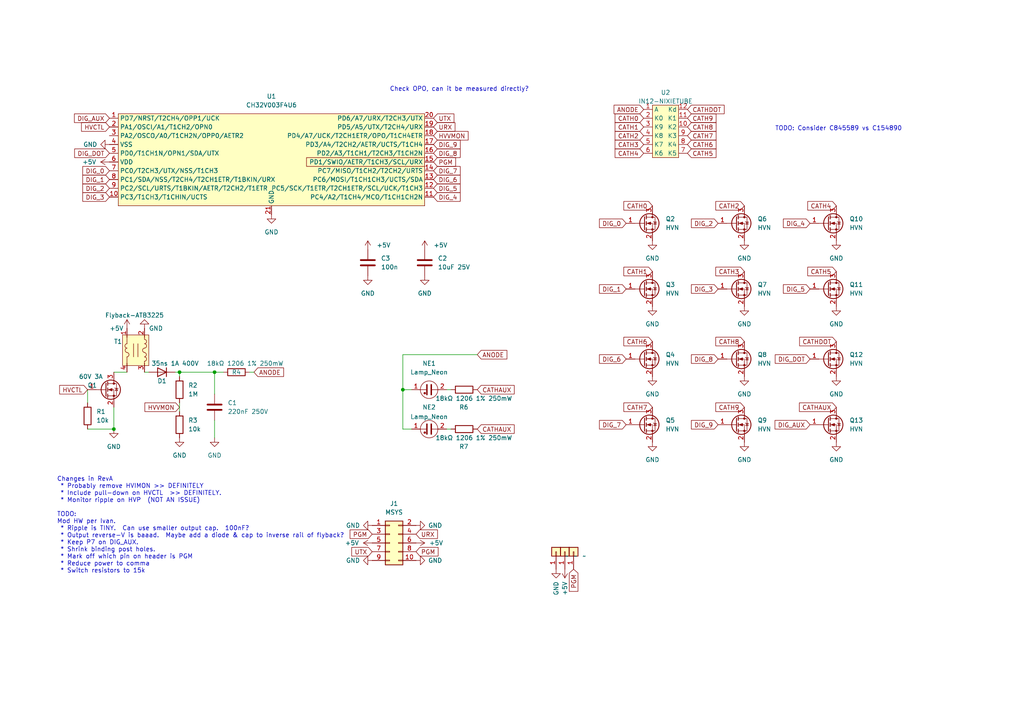
<source format=kicad_sch>
(kicad_sch (version 20211123) (generator eeschema)
  (paper "A4")
  (lib_symbols
    (symbol "CH32V003F4U6:CH32V003F4U6"
      (property "Reference" "U" (at 0 0 0))
      (property "Value" "CH32V003F4U6" (at 0 3.81 0))
      (symbol "CH32V003F4U6_0_1"
        (rectangle (start -44.45 12.7) (end 44.45 -13.97) (fill (type background)))
        (rectangle (start 10.16 0) (end 44.45 -2.54) (fill (type background)))
      )
      (symbol "CH32V003F4U6_1_1"
        (pin bidirectional line (at -46.99 11.43 0) (length 2.54) (name "PD7/NRST/T2CH4/OPP1/UCK") (number "1"))
        (pin bidirectional line (at -46.99 -11.43 0) (length 2.54) (name "PC3/T1CH3/T1CHIN/UCTS") (number "10"))
        (pin bidirectional line (at 46.99 -11.43 180) (length 2.54) (name "PC4/A2/T1CH4/MCO/T1CH1CH2N") (number "11"))
        (pin bidirectional line (at 46.99 -8.89 180) (length 2.54) (name "PC5/SCK/T1ETR/T2CH1ETR/SCL/UCK/T1CH3") (number "12"))
        (pin bidirectional line (at 46.99 -6.35 180) (length 2.54) (name "PC6/MOSI/T1CH1CH3/UCTS/SDA") (number "13"))
        (pin bidirectional line (at 46.99 -3.81 180) (length 2.54) (name "PC7/MISO/T1CH2/T2CH2/URTS") (number "14"))
        (pin bidirectional line (at 46.99 -1.27 180) (length 2.54) (name "PD1/SWIO/AETR/T1CH3/SCL/URX") (number "15"))
        (pin bidirectional line (at 46.99 1.27 180) (length 2.54) (name "PD2/A3/T1CH1/T2CH3/T1CH2N") (number "16"))
        (pin bidirectional line (at 46.99 3.81 180) (length 2.54) (name "PD3/A4/T2CH2/AETR/UCTS/T1CH4") (number "17"))
        (pin bidirectional line (at 46.99 6.35 180) (length 2.54) (name "PD4/A7/UCK/T2CH1ETR/OPO/T1CH4ETR") (number "18"))
        (pin bidirectional line (at 46.99 8.89 180) (length 2.54) (name "PD5/A5/UTX/T2CH4/URX") (number "19"))
        (pin bidirectional line (at -46.99 8.89 0) (length 2.54) (name "PA1/OSCI/A1/T1CH2/OPN0") (number "2"))
        (pin bidirectional line (at 46.99 11.43 180) (length 2.54) (name "PD6/A7/URX/T2CH3/UTX") (number "20"))
        (pin bidirectional line (at 0 -16.51 90) (length 2.54) (name "GND") (number "21"))
        (pin bidirectional line (at -46.99 6.35 0) (length 2.54) (name "PA2/OSCO/A0/T1CH2N/OPP0/AETR2") (number "3"))
        (pin bidirectional line (at -46.99 3.81 0) (length 2.54) (name "VSS") (number "4"))
        (pin bidirectional line (at -46.99 1.27 0) (length 2.54) (name "PD0/T1CH1N/OPN1/SDA/UTX") (number "5"))
        (pin bidirectional line (at -46.99 -1.27 0) (length 2.54) (name "VDD") (number "6"))
        (pin bidirectional line (at -46.99 -3.81 0) (length 2.54) (name "PC0/T2CH3/UTX/NSS/T1CH3") (number "7"))
        (pin bidirectional line (at -46.99 -6.35 0) (length 2.54) (name "PC1/SDA/NSS/T2CH4/T2CH1ETR/T1BKIN/URX") (number "8"))
        (pin bidirectional line (at -46.99 -8.89 0) (length 2.54) (name "PC2/SCL/URTS/T1BKIN/AETR/T2CH2/T1ETR") (number "9"))
      )
    )
    (symbol "Connector_Generic:Conn_01x01" (pin_names (offset 1.016) hide)
      (property "Reference" "J" (at 0 2.54 0))
      (property "Value" "Conn_01x01" (at 0 -2.54 0))
      (symbol "Conn_01x01_1_1"
        (rectangle (start -1.27 0.127) (end 0 -0.127) (stroke (width 0.1524)))
        (rectangle (start -1.27 1.27) (end 1.27 -1.27) (stroke (width 0.254)) (fill (type background)))
        (pin passive line (at -5.08 0 0) (length 3.81) (name "Pin_1") (number "1"))
      )
    )
    (symbol "Connector_Generic:Conn_02x05_Odd_Even" (pin_names (offset 1.016) hide)
      (property "Reference" "J" (at 1.27 7.62 0))
      (property "Value" "Conn_02x05_Odd_Even" (at 1.27 -7.62 0))
      (symbol "Conn_02x05_Odd_Even_1_1"
        (rectangle (start -1.27 -4.953) (end 0 -5.207) (stroke (width 0.1524)))
        (rectangle (start -1.27 -2.413) (end 0 -2.667) (stroke (width 0.1524)))
        (rectangle (start -1.27 0.127) (end 0 -0.127) (stroke (width 0.1524)))
        (rectangle (start -1.27 2.667) (end 0 2.413) (stroke (width 0.1524)))
        (rectangle (start -1.27 5.207) (end 0 4.953) (stroke (width 0.1524)))
        (rectangle (start -1.27 6.35) (end 3.81 -6.35) (stroke (width 0.254)) (fill (type background)))
        (rectangle (start 3.81 -4.953) (end 2.54 -5.207) (stroke (width 0.1524)))
        (rectangle (start 3.81 -2.413) (end 2.54 -2.667) (stroke (width 0.1524)))
        (rectangle (start 3.81 0.127) (end 2.54 -0.127) (stroke (width 0.1524)))
        (rectangle (start 3.81 2.667) (end 2.54 2.413) (stroke (width 0.1524)))
        (rectangle (start 3.81 5.207) (end 2.54 4.953) (stroke (width 0.1524)))
        (pin passive line (at -5.08 5.08 0) (length 3.81) (name "Pin_1") (number "1"))
        (pin passive line (at 7.62 -5.08 180) (length 3.81) (name "Pin_10") (number "10"))
        (pin passive line (at 7.62 5.08 180) (length 3.81) (name "Pin_2") (number "2"))
        (pin passive line (at -5.08 2.54 0) (length 3.81) (name "Pin_3") (number "3"))
        (pin passive line (at 7.62 2.54 180) (length 3.81) (name "Pin_4") (number "4"))
        (pin passive line (at -5.08 0 0) (length 3.81) (name "Pin_5") (number "5"))
        (pin passive line (at 7.62 0 180) (length 3.81) (name "Pin_6") (number "6"))
        (pin passive line (at -5.08 -2.54 0) (length 3.81) (name "Pin_7") (number "7"))
        (pin passive line (at 7.62 -2.54 180) (length 3.81) (name "Pin_8") (number "8"))
        (pin passive line (at -5.08 -5.08 0) (length 3.81) (name "Pin_9") (number "9"))
      )
    )
    (symbol "Device:C" (pin_numbers hide) (pin_names (offset 0.254))
      (property "Reference" "C" (at 0.635 2.54 0))
      (property "Value" "C" (at 0.635 -2.54 0))
      (symbol "C_0_1"
        (polyline (pts (xy -2.032 -0.762) (xy 2.032 -0.762)) (stroke (width 0.508)))
        (polyline (pts (xy -2.032 0.762) (xy 2.032 0.762)) (stroke (width 0.508)))
      )
      (symbol "C_1_1"
        (pin passive line (at 0 3.81 270) (length 2.794) (name "~") (number "1"))
        (pin passive line (at 0 -3.81 90) (length 2.794) (name "~") (number "2"))
      )
    )
    (symbol "Device:D" (pin_numbers hide) (pin_names (offset 1.016) hide)
      (property "Reference" "D" (at 0 2.54 0))
      (property "Value" "D" (at 0 -2.54 0))
      (symbol "D_0_1"
        (polyline (pts (xy -1.27 1.27) (xy -1.27 -1.27)) (stroke (width 0.254)))
        (polyline (pts (xy 1.27 0) (xy -1.27 0)))
        (polyline (pts (xy 1.27 1.27) (xy 1.27 -1.27) (xy -1.27 0) (xy 1.27 1.27)) (stroke (width 0.254)))
      )
      (symbol "D_1_1"
        (pin passive line (at -3.81 0 0) (length 2.54) (name "K") (number "1"))
        (pin passive line (at 3.81 0 180) (length 2.54) (name "A") (number "2"))
      )
    )
    (symbol "Device:Lamp_Neon" (pin_names (offset 0.0254) hide)
      (property "Reference" "NE" (at 0.635 3.81 0))
      (property "Value" "Lamp_Neon" (at 0.635 -3.81 0))
      (symbol "Lamp_Neon_0_1"
        (rectangle (start -1.524 -0.508) (end 1.524 -0.762) (fill (type outline)))
        (rectangle (start -1.524 0.762) (end 1.524 0.508) (fill (type outline)))
        (polyline (pts (xy 0 -2.54) (xy 0 -0.762)))
        (polyline (pts (xy 0 0.762) (xy 0 2.54)))
        (circle (center 0 0) (radius 2.54))
        (circle (center 1.016 -1.27) (radius 0.254) (fill (type outline)))
      )
      (symbol "Lamp_Neon_1_1"
        (pin passive line (at 0 -5.08 90) (length 2.54) (name "~") (number "1"))
        (pin passive line (at 0 5.08 270) (length 2.54) (name "~") (number "2"))
      )
    )
    (symbol "Device:Q_NMOS_GSD" (pin_names (offset 0) hide)
      (property "Reference" "Q" (at 5.08 1.27 0))
      (property "Value" "Q_NMOS_GSD" (at 5.08 -1.27 0))
      (symbol "Q_NMOS_GSD_0_1"
        (polyline (pts (xy 0.254 0) (xy -2.54 0)))
        (polyline (pts (xy 0.254 1.905) (xy 0.254 -1.905)) (stroke (width 0.254)))
        (polyline (pts (xy 0.762 -1.27) (xy 0.762 -2.286)) (stroke (width 0.254)))
        (polyline (pts (xy 0.762 0.508) (xy 0.762 -0.508)) (stroke (width 0.254)))
        (polyline (pts (xy 0.762 2.286) (xy 0.762 1.27)) (stroke (width 0.254)))
        (polyline (pts (xy 2.54 2.54) (xy 2.54 1.778)))
        (polyline (pts (xy 2.54 -2.54) (xy 2.54 0) (xy 0.762 0)))
        (polyline (pts (xy 0.762 -1.778) (xy 3.302 -1.778) (xy 3.302 1.778) (xy 0.762 1.778)))
        (polyline (pts (xy 1.016 0) (xy 2.032 0.381) (xy 2.032 -0.381) (xy 1.016 0)) (fill (type outline)))
        (polyline (pts (xy 2.794 0.508) (xy 2.921 0.381) (xy 3.683 0.381) (xy 3.81 0.254)))
        (polyline (pts (xy 3.302 0.381) (xy 2.921 -0.254) (xy 3.683 -0.254) (xy 3.302 0.381)))
        (circle (center 1.651 0) (radius 2.794) (stroke (width 0.254)))
        (circle (center 2.54 -1.778) (radius 0.254) (fill (type outline)))
        (circle (center 2.54 1.778) (radius 0.254) (fill (type outline)))
      )
      (symbol "Q_NMOS_GSD_1_1"
        (pin input line (at -5.08 0 0) (length 2.54) (name "G") (number "1"))
        (pin passive line (at 2.54 -5.08 90) (length 2.54) (name "S") (number "2"))
        (pin passive line (at 2.54 5.08 270) (length 2.54) (name "D") (number "3"))
      )
    )
    (symbol "Device:R" (pin_numbers hide) (pin_names (offset 0))
      (property "Reference" "R" (at 2.032 0 90))
      (property "Value" "R" (at 0 0 90))
      (symbol "R_0_1"
        (rectangle (start -1.016 -2.54) (end 1.016 2.54) (stroke (width 0.254)))
      )
      (symbol "R_1_1"
        (pin passive line (at 0 3.81 270) (length 1.27) (name "~") (number "1"))
        (pin passive line (at 0 -3.81 90) (length 1.27) (name "~") (number "2"))
      )
    )
    (symbol "Flyback-ATB3225:Flyback-ATB3225"
      (property "Reference" "T" (at 0 4.445 0))
      (property "Value" "Flyback-ATB3225" (at 0 -7.62 0))
      (symbol "Flyback-ATB3225_0_1"
        (rectangle (start -4.445 3.81) (end 4.445 -3.81) (fill (type background)))
        (arc (start -1.905 -2.54) (mid -1.27 -3.2097) (end -0.635 -2.54))
        (arc (start -1.905 2.54) (mid -2.54 3.2007) (end -3.175 2.54))
        (arc (start -0.635 -2.54) (mid 0 -3.292) (end 0.635 -2.54))
        (arc (start -0.635 2.54) (mid -1.27 3.2007) (end -1.905 2.54))
        (arc (start -0.635 2.54) (mid 0 1.9798) (end 0.635 2.54))
        (polyline (pts (xy -3.81 -2.54) (xy -1.905 -2.54)))
        (polyline (pts (xy -3.81 2.54) (xy -3.175 2.54)))
        (polyline (pts (xy -1.905 -0.635) (xy 1.905 -0.635)))
        (polyline (pts (xy 1.905 0.635) (xy -1.905 0.635)))
        (polyline (pts (xy 3.81 -2.54) (xy 1.905 -2.54)))
        (polyline (pts (xy 3.81 2.54) (xy 3.175 2.54)))
        (arc (start 1.905 -2.54) (mid 1.27 -1.9498) (end 0.635 -2.54))
        (arc (start 1.905 2.54) (mid 1.27 3.311) (end 0.635 2.54))
        (arc (start 3.175 2.54) (mid 2.54 3.2007) (end 1.905 2.54))
      )
      (symbol "Flyback-ATB3225_1_1"
        (pin bidirectional line (at -6.35 -2.54 0) (length 2.54) (name "") (number "1"))
        (pin bidirectional line (at -6.35 2.54 0) (length 2.54) (name "") (number "2"))
        (pin bidirectional line (at 6.35 2.54 180) (length 2.54) (name "") (number "3"))
        (pin bidirectional line (at 6.35 -2.54 180) (length 2.54) (name "") (number "4"))
      )
    )
    (symbol "IN12-NIXIETUBE:IN12-NIXIETUBE"
      (property "Reference" "U" (at 0 7.62 0))
      (property "Value" "IN12-NIXIETUBE" (at 0 -10.16 0))
      (symbol "IN12-NIXIETUBE_0_1"
        (rectangle (start -3.81 6.35) (end 3.81 -8.89) (stroke (width 0.1524)) (fill (type background)))
      )
      (symbol "IN12-NIXIETUBE_1_1"
        (pin input line (at -6.35 5.08 0) (length 2.54) (name "A") (number "1"))
        (pin input line (at 6.35 0 180) (length 2.54) (name "K2") (number "10"))
        (pin input line (at 6.35 2.54 180) (length 2.54) (name "K1") (number "11"))
        (pin input line (at 6.35 5.08 180) (length 2.54) (name "Kd") (number "12"))
        (pin input line (at -6.35 2.54 0) (length 2.54) (name "K0") (number "2"))
        (pin input line (at -6.35 0 0) (length 2.54) (name "K9") (number "3"))
        (pin input line (at -6.35 -2.54 0) (length 2.54) (name "K8") (number "4"))
        (pin input line (at -6.35 -5.08 0) (length 2.54) (name "K7") (number "5"))
        (pin input line (at -6.35 -7.62 0) (length 2.54) (name "K6") (number "6"))
        (pin input line (at 6.35 -7.62 180) (length 2.54) (name "K5") (number "7"))
        (pin input line (at 6.35 -5.08 180) (length 2.54) (name "K4") (number "8"))
        (pin input line (at 6.35 -2.54 180) (length 2.54) (name "K3") (number "9"))
      )
    )
    (symbol "power:+5V" (power) (pin_names (offset 0))
      (property "Value" "+5V" (at 0 3.556 0))
      (symbol "+5V_0_1"
        (polyline (pts (xy -0.762 1.27) (xy 0 2.54)))
        (polyline (pts (xy 0 0) (xy 0 2.54)))
        (polyline (pts (xy 0 2.54) (xy 0.762 1.27)))
      )
      (symbol "+5V_1_1"
        (pin power_in line (at 0 0 90) (length 0) hide (name "+5V") (number "1"))
      )
    )
    (symbol "power:GND" (power) (pin_names (offset 0))
      (property "Value" "GND" (at 0 -3.81 0))
      (symbol "GND_0_1"
        (polyline (pts (xy 0 0) (xy 0 -1.27) (xy 1.27 -1.27) (xy 0 -2.54) (xy -1.27 -1.27) (xy 0 -1.27)))
      )
      (symbol "GND_1_1"
        (pin power_in line (at 0 0 270) (length 0) hide (name "GND") (number "1"))
      )
    )
  )
  (junction (at 62.23 107.95))
  (junction (at 116.84 113.03))
  (junction (at 33.02 124.46))
  (junction (at 52.07 107.95))
  (wire (pts (xy 25.4 113.03) (xy 25.4 116.84)))
  (wire (pts (xy 52.07 109.22) (xy 52.07 107.95)))
  (wire (pts (xy 62.23 107.95) (xy 62.23 114.3)))
  (wire (pts (xy 119.38 124.46) (xy 116.84 124.46)))
  (wire (pts (xy 116.84 102.87) (xy 138.43 102.87)))
  (wire (pts (xy 43.18 107.95) (xy 41.91 107.95)))
  (wire (pts (xy 33.02 107.95) (xy 36.83 107.95)))
  (wire (pts (xy 52.07 116.84) (xy 52.07 119.38)))
  (wire (pts (xy 62.23 107.95) (xy 64.77 107.95)))
  (wire (pts (xy 129.54 113.03) (xy 130.81 113.03)))
  (wire (pts (xy 33.02 118.11) (xy 33.02 124.46)))
  (wire (pts (xy 62.23 121.92) (xy 62.23 127)))
  (wire (pts (xy 25.4 124.46) (xy 33.02 124.46)))
  (wire (pts (xy 129.54 124.46) (xy 130.81 124.46)))
  (wire (pts (xy 116.84 113.03) (xy 119.38 113.03)))
  (wire (pts (xy 116.84 102.87) (xy 116.84 113.03)))
  (wire (pts (xy 73.66 107.95) (xy 72.39 107.95)))
  (wire (pts (xy 50.8 107.95) (xy 52.07 107.95)))
  (wire (pts (xy 52.07 107.95) (xy 62.23 107.95)))
  (wire (pts (xy 116.84 113.03) (xy 116.84 124.46)))
  (text "TODO: Consider C845589 vs C154890" (at 224.79 38.1 0) (effects (font (size 1.27 1.27)) (justify left bottom)))
  (text "Check OPO, can it be measured directly?" (at 113.03 26.67 0) (effects (font (size 1.27 1.27)) (justify left bottom)))
  (text "Changes in RevA\n * Probably remove HVIMON >> DEFINITELY\n * Include pull-down on HVCTL  >> DEFINITELY.\n * Monitor ripple on HVP  (NOT AN ISSUE)\n\nTODO:\nMod HW per Ivan.\n * Ripple is TINY.  Can use smaller output cap.  100nF?\n * Output reverse-V is baaad.  Maybe add a diode & cap to inverse rail of flyback?\n * Keep P7 on DIG_AUX.\n * Shrink binding post holes.\n * Mark off which pin on header is PGM\n * Reduce power to comma\n * Switch resistors to 15k" (at 16.51 166.37 0) (effects (font (size 1.27 1.27)) (justify left bottom)))
  (global_label "DIG_1" (shape input) (at 31.75 52.07 180) (property "Intersheet References" "${INTERSHEET_REFS}" (effects hide)))
  (global_label "CATH8" (shape input) (at 199.39 36.83 0) (property "Intersheet References" "${INTERSHEET_REFS}" (effects hide)))
  (global_label "CATHAUX" (shape input) (at 138.43 124.46 0) (property "Intersheet References" "${INTERSHEET_REFS}" (effects hide)))
  (global_label "ANODE" (shape input) (at 138.43 102.87 0) (property "Intersheet References" "${INTERSHEET_REFS}" (effects hide)))
  (global_label "DIG_3" (shape input) (at 208.28 83.82 180) (property "Intersheet References" "${INTERSHEET_REFS}" (effects hide)))
  (global_label "CATH1" (shape input) (at 189.23 78.74 180) (property "Intersheet References" "${INTERSHEET_REFS}" (effects hide)))
  (global_label "CATH6" (shape input) (at 199.39 41.91 0) (property "Intersheet References" "${INTERSHEET_REFS}" (effects hide)))
  (global_label "DIG_0" (shape input) (at 181.61 64.77 180) (property "Intersheet References" "${INTERSHEET_REFS}" (effects hide)))
  (global_label "DIG_1" (shape input) (at 181.61 83.82 180) (property "Intersheet References" "${INTERSHEET_REFS}" (effects hide)))
  (global_label "DIG_5" (shape input) (at 234.95 83.82 180) (property "Intersheet References" "${INTERSHEET_REFS}" (effects hide)))
  (global_label "HVCTL" (shape input) (at 25.4 113.03 180) (property "Intersheet References" "${INTERSHEET_REFS}" (effects hide)))
  (global_label "CATH7" (shape input) (at 189.23 118.11 180) (property "Intersheet References" "${INTERSHEET_REFS}" (effects hide)))
  (global_label "DIG_7" (shape input) (at 125.73 49.53 0) (property "Intersheet References" "${INTERSHEET_REFS}" (effects hide)))
  (global_label "HVVMON" (shape input) (at 52.07 118.11 180) (property "Intersheet References" "${INTERSHEET_REFS}" (effects hide)))
  (global_label "DIG_7" (shape input) (at 181.61 123.19 180) (property "Intersheet References" "${INTERSHEET_REFS}" (effects hide)))
  (global_label "CATHAUX" (shape input) (at 138.43 113.03 0) (property "Intersheet References" "${INTERSHEET_REFS}" (effects hide)))
  (global_label "CATHAUX" (shape input) (at 242.57 118.11 180) (property "Intersheet References" "${INTERSHEET_REFS}" (effects hide)))
  (global_label "DIG_4" (shape input) (at 125.73 57.15 0) (property "Intersheet References" "${INTERSHEET_REFS}" (effects hide)))
  (global_label "URX" (shape input) (at 120.65 154.94 0) (property "Intersheet References" "${INTERSHEET_REFS}" (effects hide)))
  (global_label "CATH0" (shape input) (at 189.23 59.69 180) (property "Intersheet References" "${INTERSHEET_REFS}" (effects hide)))
  (global_label "CATH9" (shape input) (at 199.39 34.29 0) (property "Intersheet References" "${INTERSHEET_REFS}" (effects hide)))
  (global_label "DIG_9" (shape input) (at 208.28 123.19 180) (property "Intersheet References" "${INTERSHEET_REFS}" (effects hide)))
  (global_label "HVVMON" (shape input) (at 125.73 39.37 0) (property "Intersheet References" "${INTERSHEET_REFS}" (effects hide)))
  (global_label "DIG_AUX" (shape input) (at 234.95 123.19 180) (property "Intersheet References" "${INTERSHEET_REFS}" (effects hide)))
  (global_label "DIG_8" (shape input) (at 125.73 44.45 0) (property "Intersheet References" "${INTERSHEET_REFS}" (effects hide)))
  (global_label "PGM" (shape input) (at 120.65 160.02 0) (property "Intersheet References" "${INTERSHEET_REFS}" (effects hide)))
  (global_label "DIG_3" (shape input) (at 31.75 57.15 180) (property "Intersheet References" "${INTERSHEET_REFS}" (effects hide)))
  (global_label "DIG_8" (shape input) (at 208.28 104.14 180) (property "Intersheet References" "${INTERSHEET_REFS}" (effects hide)))
  (global_label "DIG_2" (shape input) (at 31.75 54.61 180) (property "Intersheet References" "${INTERSHEET_REFS}" (effects hide)))
  (global_label "DIG_6" (shape input) (at 181.61 104.14 180) (property "Intersheet References" "${INTERSHEET_REFS}" (effects hide)))
  (global_label "CATH3" (shape input) (at 215.9 78.74 180) (property "Intersheet References" "${INTERSHEET_REFS}" (effects hide)))
  (global_label "CATHDOT" (shape input) (at 199.39 31.75 0) (property "Intersheet References" "${INTERSHEET_REFS}" (effects hide)))
  (global_label "PGM" (shape input) (at 107.95 154.94 180) (property "Intersheet References" "${INTERSHEET_REFS}" (effects hide)))
  (global_label "DIG_5" (shape input) (at 125.73 54.61 0) (property "Intersheet References" "${INTERSHEET_REFS}" (effects hide)))
  (global_label "ANODE" (shape input) (at 73.66 107.95 0) (property "Intersheet References" "${INTERSHEET_REFS}" (effects hide)))
  (global_label "CATH6" (shape input) (at 189.23 99.06 180) (property "Intersheet References" "${INTERSHEET_REFS}" (effects hide)))
  (global_label "PGM" (shape input) (at 166.37 165.1 270) (property "Intersheet References" "${INTERSHEET_REFS}" (effects hide)))
  (global_label "DIG_DOT" (shape input) (at 234.95 104.14 180) (property "Intersheet References" "${INTERSHEET_REFS}" (effects hide)))
  (global_label "DIG_4" (shape input) (at 234.95 64.77 180) (property "Intersheet References" "${INTERSHEET_REFS}" (effects hide)))
  (global_label "PGM" (shape input) (at 125.73 46.99 0) (property "Intersheet References" "${INTERSHEET_REFS}" (effects hide)))
  (global_label "UTX" (shape input) (at 107.95 160.02 180) (property "Intersheet References" "${INTERSHEET_REFS}" (effects hide)))
  (global_label "CATH2" (shape input) (at 215.9 59.69 180) (property "Intersheet References" "${INTERSHEET_REFS}" (effects hide)))
  (global_label "HVCTL" (shape input) (at 31.75 36.83 180) (property "Intersheet References" "${INTERSHEET_REFS}" (effects hide)))
  (global_label "CATH5" (shape input) (at 242.57 78.74 180) (property "Intersheet References" "${INTERSHEET_REFS}" (effects hide)))
  (global_label "CATH3" (shape input) (at 186.69 41.91 180) (property "Intersheet References" "${INTERSHEET_REFS}" (effects hide)))
  (global_label "DIG_DOT" (shape input) (at 31.75 44.45 180) (property "Intersheet References" "${INTERSHEET_REFS}" (effects hide)))
  (global_label "DIG_6" (shape input) (at 125.73 52.07 0) (property "Intersheet References" "${INTERSHEET_REFS}" (effects hide)))
  (global_label "CATH9" (shape input) (at 215.9 118.11 180) (property "Intersheet References" "${INTERSHEET_REFS}" (effects hide)))
  (global_label "CATH0" (shape input) (at 186.69 34.29 180) (property "Intersheet References" "${INTERSHEET_REFS}" (effects hide)))
  (global_label "CATH8" (shape input) (at 215.9 99.06 180) (property "Intersheet References" "${INTERSHEET_REFS}" (effects hide)))
  (global_label "DIG_AUX" (shape input) (at 31.75 34.29 180) (property "Intersheet References" "${INTERSHEET_REFS}" (effects hide)))
  (global_label "UTX" (shape input) (at 125.73 34.29 0) (property "Intersheet References" "${INTERSHEET_REFS}" (effects hide)))
  (global_label "URX" (shape input) (at 125.73 36.83 0) (property "Intersheet References" "${INTERSHEET_REFS}" (effects hide)))
  (global_label "CATH5" (shape input) (at 199.39 44.45 0) (property "Intersheet References" "${INTERSHEET_REFS}" (effects hide)))
  (global_label "CATHDOT" (shape input) (at 242.57 99.06 180) (property "Intersheet References" "${INTERSHEET_REFS}" (effects hide)))
  (global_label "CATH4" (shape input) (at 186.69 44.45 180) (property "Intersheet References" "${INTERSHEET_REFS}" (effects hide)))
  (global_label "CATH4" (shape input) (at 242.57 59.69 180) (property "Intersheet References" "${INTERSHEET_REFS}" (effects hide)))
  (global_label "ANODE" (shape input) (at 186.69 31.75 180) (property "Intersheet References" "${INTERSHEET_REFS}" (effects hide)))
  (global_label "CATH7" (shape input) (at 199.39 39.37 0) (property "Intersheet References" "${INTERSHEET_REFS}" (effects hide)))
  (global_label "DIG_2" (shape input) (at 208.28 64.77 180) (property "Intersheet References" "${INTERSHEET_REFS}" (effects hide)))
  (global_label "CATH1" (shape input) (at 186.69 36.83 180) (property "Intersheet References" "${INTERSHEET_REFS}" (effects hide)))
  (global_label "CATH2" (shape input) (at 186.69 39.37 180) (property "Intersheet References" "${INTERSHEET_REFS}" (effects hide)))
  (global_label "DIG_0" (shape input) (at 31.75 49.53 180) (property "Intersheet References" "${INTERSHEET_REFS}" (effects hide)))
  (global_label "DIG_9" (shape input) (at 125.73 41.91 0) (property "Intersheet References" "${INTERSHEET_REFS}" (effects hide)))
  (symbol (lib_id "power:GND") (at 242.57 109.22 0) (unit 1)
    (property "Reference" "#PWR0114" (effects hide))
    (property "Value" "GND" (at 242.57 114.3 0))
  )
  (symbol (lib_id "power:GND") (at 52.07 127 0) (unit 1)
    (property "Reference" "#PWR0101" (effects hide))
    (property "Value" "GND" (at 52.07 132.08 0))
  )
  (symbol (lib_id "power:GND") (at 215.9 128.27 0) (unit 1)
    (property "Reference" "#PWR0110" (effects hide))
    (property "Value" "GND" (at 215.9 133.35 0))
  )
  (symbol (lib_id "Device:Q_NMOS_GSD") (at 213.36 64.77 0) (unit 1)
    (property "Reference" "Q6" (at 219.71 63.4999 0) (effects (justify left)))
    (property "Value" "HVN" (at 219.71 66.0399 0) (effects (justify left)))
    (property "Footprint" "Package_TO_SOT_SMD:SOT-23" (effects hide))
    (property "LCSC" "C845589" (effects hide))
  )
  (symbol (lib_id "Device:Lamp_Neon") (at 124.46 124.46 270) (unit 1)
    (property "Reference" "NE2" (at 124.46 118.11 90))
    (property "Value" "Lamp_Neon" (at 124.46 120.8841 90))
    (property "Footprint" "neonglow:neonglow" (effects hide))
  )
  (symbol (lib_id "power:GND") (at 242.57 69.85 0) (unit 1)
    (property "Reference" "#PWR0118" (effects hide))
    (property "Value" "GND" (at 242.57 74.93 0))
  )
  (symbol (lib_id "Device:Q_NMOS_GSD") (at 240.03 123.19 0) (unit 1)
    (property "Reference" "Q13" (at 246.38 121.9199 0) (effects (justify left)))
    (property "Value" "HVN" (at 246.38 124.4599 0) (effects (justify left)))
    (property "Footprint" "Package_TO_SOT_SMD:SOT-23" (effects hide))
    (property "LCSC" "C845589" (effects hide))
  )
  (symbol (lib_id "Device:Q_NMOS_GSD") (at 240.03 104.14 0) (unit 1)
    (property "Reference" "Q12" (at 246.38 102.8699 0) (effects (justify left)))
    (property "Value" "HVN" (at 246.38 105.4099 0) (effects (justify left)))
    (property "Footprint" "Package_TO_SOT_SMD:SOT-23" (effects hide))
    (property "LCSC" "C845589" (effects hide))
  )
  (symbol (lib_id "Device:C") (at 62.23 118.11 0) (unit 1)
    (property "Reference" "C1" (at 66.04 116.8399 0) (effects (justify left)))
    (property "Value" "220nF 250V" (at 66.04 119.3799 0) (effects (justify left)))
    (property "Footprint" "Capacitor_SMD:C_1210_3225Metric" (effects hide))
    (property "LCSC" "C326671" (effects hide))
  )
  (symbol (lib_id "power:GND") (at 106.68 80.01 0) (unit 1)
    (property "Reference" "#PWR0129" (effects hide))
    (property "Value" "GND" (at 106.68 85.09 0))
  )
  (symbol (lib_id "Device:Q_NMOS_GSD") (at 186.69 64.77 0) (unit 1)
    (property "Reference" "Q2" (at 193.04 63.4999 0) (effects (justify left)))
    (property "Value" "HVN" (at 193.04 66.0399 0) (effects (justify left)))
    (property "Footprint" "Package_TO_SOT_SMD:SOT-23" (effects hide))
    (property "LCSC" "C845589" (effects hide))
  )
  (symbol (lib_id "Device:R") (at 68.58 107.95 90) (unit 1)
    (property "Reference" "R4" (at 68.58 107.95 90))
    (property "Value" "18kΩ 1206 1% 250mW" (at 71.12 105.41 90))
    (property "Footprint" "Resistor_SMD:R_1206_3216Metric" (effects hide))
    (property "LCSC" "C229367" (effects hide))
  )
  (symbol (lib_id "power:GND") (at 242.57 128.27 0) (unit 1)
    (property "Reference" "#PWR0115" (effects hide))
    (property "Value" "GND" (at 242.57 133.35 0))
  )
  (symbol (lib_id "power:GND") (at 78.74 62.23 0) (unit 1)
    (property "Reference" "#PWR0108" (effects hide))
    (property "Value" "GND" (at 78.74 67.31 0))
  )
  (symbol (lib_id "power:GND") (at 189.23 109.22 0) (unit 1)
    (property "Reference" "#PWR0112" (effects hide))
    (property "Value" "GND" (at 189.23 114.3 0))
  )
  (symbol (lib_id "Connector_Generic:Conn_01x01") (at 161.29 160.02 90) (unit 1)
    (property "Reference" "J2" (effects hide))
    (property "Value" "~" (at 163.83 161.2899 90) (effects (justify right)))
    (property "Footprint" "rawpad22:rawpad22" (effects hide))
  )
  (symbol (lib_id "Device:Q_NMOS_GSD") (at 240.03 64.77 0) (unit 1)
    (property "Reference" "Q10" (at 246.38 63.4999 0) (effects (justify left)))
    (property "Value" "HVN" (at 246.38 66.0399 0) (effects (justify left)))
    (property "Footprint" "Package_TO_SOT_SMD:SOT-23" (effects hide))
    (property "LCSC" "C845589" (effects hide))
  )
  (symbol (lib_id "Device:Q_NMOS_GSD") (at 30.48 113.03 0) (unit 1)
    (property "Reference" "Q1" (at 25.4 111.76 0) (effects (justify left)))
    (property "Value" "60V 3A" (at 22.86 109.22 0) (effects (justify left)))
    (property "Footprint" "Package_TO_SOT_SMD:SOT-23" (effects hide))
    (property "LCSC" "C2938374" (effects hide))
  )
  (symbol (lib_id "power:GND") (at 31.75 41.91 270) (unit 1)
    (property "Reference" "#PWR0107" (effects hide))
    (property "Value" "GND" (at 24.13 41.91 90) (effects (justify left)))
  )
  (symbol (lib_id "power:GND") (at 215.9 69.85 0) (unit 1)
    (property "Reference" "#PWR0119" (effects hide))
    (property "Value" "GND" (at 215.9 74.93 0))
  )
  (symbol (lib_id "power:GND") (at 41.91 95.25 180) (unit 1)
    (property "Reference" "#PWR0104" (effects hide))
    (property "Value" "GND" (at 43.18 95.25 0) (effects (justify right)))
  )
  (symbol (lib_id "Connector_Generic:Conn_01x01") (at 166.37 160.02 90) (unit 1)
    (property "Reference" "J4" (effects hide))
    (property "Value" "~" (at 168.91 161.2899 90) (effects (justify right)))
    (property "Footprint" "rawpad22:rawpad22" (effects hide))
  )
  (symbol (lib_id "Device:Lamp_Neon") (at 124.46 113.03 270) (unit 1)
    (property "Reference" "NE1" (at 124.46 105.41 90))
    (property "Value" "Lamp_Neon" (at 124.46 107.95 90))
    (property "Footprint" "neonglow:neonglow" (effects hide))
  )
  (symbol (lib_id "CH32V003F4U6:CH32V003F4U6") (at 78.74 45.72 0) (unit 1)
    (property "Reference" "U1" (at 78.74 27.94 0))
    (property "Value" "CH32V003F4U6" (at 78.74 30.48 0))
    (property "Footprint" "Package_DFN_QFN:QFN-20-1EP_3x3mm_P0.4mm_EP1.65x1.65mm" (effects hide))
    (property "LCSC" "C5299908" (effects hide))
  )
  (symbol (lib_id "Device:R") (at 25.4 120.65 180) (unit 1)
    (property "Reference" "R1" (at 27.94 119.3799 0) (effects (justify right)))
    (property "Value" "10k" (at 27.94 121.9199 0) (effects (justify right)))
    (property "Footprint" "Resistor_SMD:R_0402_1005Metric" (effects hide))
    (property "LCSC" "C25744" (effects hide))
  )
  (symbol (lib_id "Device:R") (at 52.07 113.03 180) (unit 1)
    (property "Reference" "R2" (at 54.61 111.7599 0) (effects (justify right)))
    (property "Value" "1M" (at 54.61 114.2999 0) (effects (justify right)))
    (property "Footprint" "Resistor_SMD:R_0805_2012Metric" (effects hide))
    (property "LCSC" "C131391" (effects hide))
  )
  (symbol (lib_id "Device:Q_NMOS_GSD") (at 240.03 83.82 0) (unit 1)
    (property "Reference" "Q11" (at 246.38 82.5499 0) (effects (justify left)))
    (property "Value" "HVN" (at 246.38 85.0899 0) (effects (justify left)))
    (property "Footprint" "Package_TO_SOT_SMD:SOT-23" (effects hide))
    (property "LCSC" "C845589" (effects hide))
  )
  (symbol (lib_id "power:GND") (at 120.65 162.56 90) (unit 1)
    (property "Reference" "#PWR0127" (effects hide))
    (property "Value" "GND" (at 128.27 162.56 90) (effects (justify left)))
  )
  (symbol (lib_id "power:+5V") (at 123.19 72.39 0) (unit 1)
    (property "Reference" "#PWR0122" (effects hide))
    (property "Value" "+5V" (at 125.73 71.1199 0) (effects (justify left)))
  )
  (symbol (lib_id "power:GND") (at 189.23 69.85 0) (unit 1)
    (property "Reference" "#PWR0120" (effects hide))
    (property "Value" "GND" (at 189.23 74.93 0))
  )
  (symbol (lib_id "power:+5V") (at 107.95 157.48 90) (unit 1)
    (property "Reference" "#PWR0123" (effects hide))
    (property "Value" "+5V" (at 104.14 157.4799 90) (effects (justify left)))
  )
  (symbol (lib_id "power:GND") (at 189.23 88.9 0) (unit 1)
    (property "Reference" "#PWR0113" (effects hide))
    (property "Value" "GND" (at 189.23 93.98 0))
  )
  (symbol (lib_id "power:+5V") (at 163.83 165.1 180) (unit 1)
    (property "Reference" "#PWR0131" (effects hide))
    (property "Value" "+5V" (at 163.83 172.72 90) (effects (justify right)))
  )
  (symbol (lib_id "Device:R") (at 134.62 124.46 270) (unit 1)
    (property "Reference" "R7" (at 135.89 129.54 90) (effects (justify right)))
    (property "Value" "18kΩ 1206 1% 250mW" (at 148.59 127 90) (effects (justify right)))
    (property "Footprint" "Resistor_SMD:R_1206_3216Metric" (effects hide))
    (property "LCSC" "C229367" (effects hide))
  )
  (symbol (lib_id "power:GND") (at 161.29 165.1 0) (unit 1)
    (property "Reference" "#PWR0134" (effects hide))
    (property "Value" "GND" (at 161.29 172.72 90) (effects (justify left)))
  )
  (symbol (lib_id "power:GND") (at 107.95 162.56 270) (unit 1)
    (property "Reference" "#PWR0125" (effects hide))
    (property "Value" "GND" (at 100.33 162.56 90) (effects (justify left)))
  )
  (symbol (lib_id "Device:R") (at 134.62 113.03 270) (unit 1)
    (property "Reference" "R6" (at 135.89 118.11 90) (effects (justify right)))
    (property "Value" "18kΩ 1206 1% 250mW" (at 148.59 115.57 90) (effects (justify right)))
    (property "Footprint" "Resistor_SMD:R_1206_3216Metric" (effects hide))
    (property "LCSC" "C229367" (effects hide))
  )
  (symbol (lib_id "Device:Q_NMOS_GSD") (at 186.69 83.82 0) (unit 1)
    (property "Reference" "Q3" (at 193.04 82.5499 0) (effects (justify left)))
    (property "Value" "HVN" (at 193.04 85.0899 0) (effects (justify left)))
    (property "Footprint" "Package_TO_SOT_SMD:SOT-23" (effects hide))
    (property "LCSC" "C845589" (effects hide))
  )
  (symbol (lib_id "Connector_Generic:Conn_01x01") (at 163.83 160.02 90) (unit 1)
    (property "Reference" "J3" (effects hide))
    (property "Value" "~" (at 166.37 161.2899 90) (effects (justify right)))
    (property "Footprint" "rawpad22:rawpad22" (effects hide))
  )
  (symbol (lib_id "Device:Q_NMOS_GSD") (at 186.69 123.19 0) (unit 1)
    (property "Reference" "Q5" (at 193.04 121.9199 0) (effects (justify left)))
    (property "Value" "HVN" (at 193.04 124.4599 0) (effects (justify left)))
    (property "Footprint" "Package_TO_SOT_SMD:SOT-23" (effects hide))
    (property "LCSC" "C845589" (effects hide))
  )
  (symbol (lib_id "power:+5V") (at 120.65 157.48 270) (unit 1)
    (property "Reference" "#PWR0128" (effects hide))
    (property "Value" "+5V" (at 124.46 157.4799 90) (effects (justify left)))
  )
  (symbol (lib_id "Device:Q_NMOS_GSD") (at 186.69 104.14 0) (unit 1)
    (property "Reference" "Q4" (at 193.04 102.8699 0) (effects (justify left)))
    (property "Value" "HVN" (at 193.04 105.4099 0) (effects (justify left)))
    (property "Footprint" "Package_TO_SOT_SMD:SOT-23" (effects hide))
    (property "LCSC" "C845589" (effects hide))
  )
  (symbol (lib_id "Device:Q_NMOS_GSD") (at 213.36 104.14 0) (unit 1)
    (property "Reference" "Q8" (at 219.71 102.8699 0) (effects (justify left)))
    (property "Value" "HVN" (at 219.71 105.4099 0) (effects (justify left)))
    (property "Footprint" "Package_TO_SOT_SMD:SOT-23" (effects hide))
    (property "LCSC" "C845589" (effects hide))
  )
  (symbol (lib_id "power:GND") (at 120.65 152.4 90) (unit 1)
    (property "Reference" "#PWR0126" (effects hide))
    (property "Value" "GND" (at 128.27 152.4 90) (effects (justify left)))
  )
  (symbol (lib_id "Device:Q_NMOS_GSD") (at 213.36 123.19 0) (unit 1)
    (property "Reference" "Q9" (at 219.71 121.9199 0) (effects (justify left)))
    (property "Value" "HVN" (at 219.71 124.4599 0) (effects (justify left)))
    (property "Footprint" "Package_TO_SOT_SMD:SOT-23" (effects hide))
    (property "LCSC" "C845589" (effects hide))
  )
  (symbol (lib_id "Device:C") (at 106.68 76.2 0) (unit 1)
    (property "Reference" "C3" (at 110.49 74.9299 0) (effects (justify left)))
    (property "Value" "100n" (at 110.49 77.4699 0) (effects (justify left)))
    (property "Footprint" "Capacitor_SMD:C_0402_1005Metric" (effects hide))
    (property "LCSC" "C1525" (effects hide))
  )
  (symbol (lib_id "power:+5V") (at 36.83 95.25 0) (unit 1)
    (property "Reference" "#PWR0103" (effects hide))
    (property "Value" "+5V" (at 31.75 95.25 0) (effects (justify left)))
  )
  (symbol (lib_id "Device:C") (at 123.19 76.2 0) (unit 1)
    (property "Reference" "C2" (at 127 74.9299 0) (effects (justify left)))
    (property "Value" "10uF 25V" (at 127 77.4699 0) (effects (justify left)))
    (property "Footprint" "Capacitor_SMD:C_0603_1608Metric" (effects hide))
    (property "LCSC" "C96446" (effects hide))
  )
  (symbol (lib_id "Device:D") (at 46.99 107.95 180) (unit 1)
    (property "Reference" "D1" (at 46.99 110.49 0))
    (property "Value" "35ns 1A 400V" (at 50.8 105.41 0))
    (property "Footprint" "Diode_SMD:D_SOD-123F" (effects hide))
    (property "LCSC" "C128697" (effects hide))
  )
  (symbol (lib_id "power:GND") (at 107.95 152.4 270) (unit 1)
    (property "Reference" "#PWR0124" (effects hide))
    (property "Value" "GND" (at 100.33 152.4 90) (effects (justify left)))
  )
  (symbol (lib_id "power:GND") (at 33.02 124.46 0) (unit 1)
    (property "Reference" "#PWR0105" (effects hide))
    (property "Value" "GND" (at 33.02 129.54 0))
  )
  (symbol (lib_id "power:GND") (at 215.9 109.22 0) (unit 1)
    (property "Reference" "#PWR0109" (effects hide))
    (property "Value" "GND" (at 215.9 114.3 0))
  )
  (symbol (lib_id "power:+5V") (at 31.75 46.99 90) (unit 1)
    (property "Reference" "#PWR0106" (effects hide))
    (property "Value" "+5V" (at 27.94 46.9899 90) (effects (justify left)))
  )
  (symbol (lib_id "Device:Q_NMOS_GSD") (at 213.36 83.82 0) (unit 1)
    (property "Reference" "Q7" (at 219.71 82.5499 0) (effects (justify left)))
    (property "Value" "HVN" (at 219.71 85.0899 0) (effects (justify left)))
    (property "Footprint" "Package_TO_SOT_SMD:SOT-23" (effects hide))
    (property "LCSC" "C845589" (effects hide))
  )
  (symbol (lib_id "power:GND") (at 123.19 80.01 0) (unit 1)
    (property "Reference" "#PWR0121" (effects hide))
    (property "Value" "GND" (at 123.19 85.09 0))
  )
  (symbol (lib_id "power:GND") (at 242.57 88.9 0) (unit 1)
    (property "Reference" "#PWR0117" (effects hide))
    (property "Value" "GND" (at 242.57 93.98 0))
  )
  (symbol (lib_id "power:+5V") (at 106.68 72.39 0) (unit 1)
    (property "Reference" "#PWR0130" (effects hide))
    (property "Value" "+5V" (at 109.22 71.1199 0) (effects (justify left)))
  )
  (symbol (lib_id "power:GND") (at 189.23 128.27 0) (unit 1)
    (property "Reference" "#PWR0111" (effects hide))
    (property "Value" "GND" (at 189.23 133.35 0))
  )
  (symbol (lib_id "power:GND") (at 62.23 127 0) (unit 1)
    (property "Reference" "#PWR0102" (effects hide))
    (property "Value" "GND" (at 62.23 132.08 0))
  )
  (symbol (lib_id "power:GND") (at 215.9 88.9 0) (unit 1)
    (property "Reference" "#PWR0116" (effects hide))
    (property "Value" "GND" (at 215.9 93.98 0))
  )
  (symbol (lib_id "Flyback-ATB3225:Flyback-ATB3225") (at 39.37 101.6 270) (unit 1)
    (property "Reference" "T1" (at 33.02 99.06 90) (effects (justify left)))
    (property "Value" "Flyback-ATB3225" (at 30.48 91.44 90) (effects (justify left)))
    (property "Footprint" "Flyback-ATB3225:Flyback-ATB3225" (effects hide))
    (property "LCSC" "C415291" (effects hide))
  )
  (symbol (lib_id "Device:R") (at 52.07 123.19 180) (unit 1)
    (property "Reference" "R3" (at 54.61 121.9199 0) (effects (justify right)))
    (property "Value" "10k" (at 54.61 124.4599 0) (effects (justify right)))
    (property "Footprint" "Resistor_SMD:R_0402_1005Metric" (effects hide))
    (property "LCSC" "C25744" (effects hide))
  )
  (symbol (lib_id "Connector_Generic:Conn_02x05_Odd_Even") (at 113.03 157.48 0) (unit 1)
    (property "Reference" "J1" (at 114.3 146.05 0))
    (property "Value" "MSYS" (at 114.3 148.59 0))
    (property "Footprint" "Connector_PinHeader_2.54mm:PinHeader_2x05_P2.54mm_Horizontal" (effects hide))
    (property "LCSC" "C239336" (effects hide))
  )
  (symbol (lib_id "IN12-NIXIETUBE:IN12-NIXIETUBE") (at 193.04 36.83 0) (unit 1)
    (property "Reference" "U2" (at 193.04 26.831 0))
    (property "Value" "IN12-NIXIETUBE" (at 193.04 29.3679 0))
    (property "Footprint" "IN12-NIXIE:IN12-NIXIE" (effects hide))
  )
)
</source>
